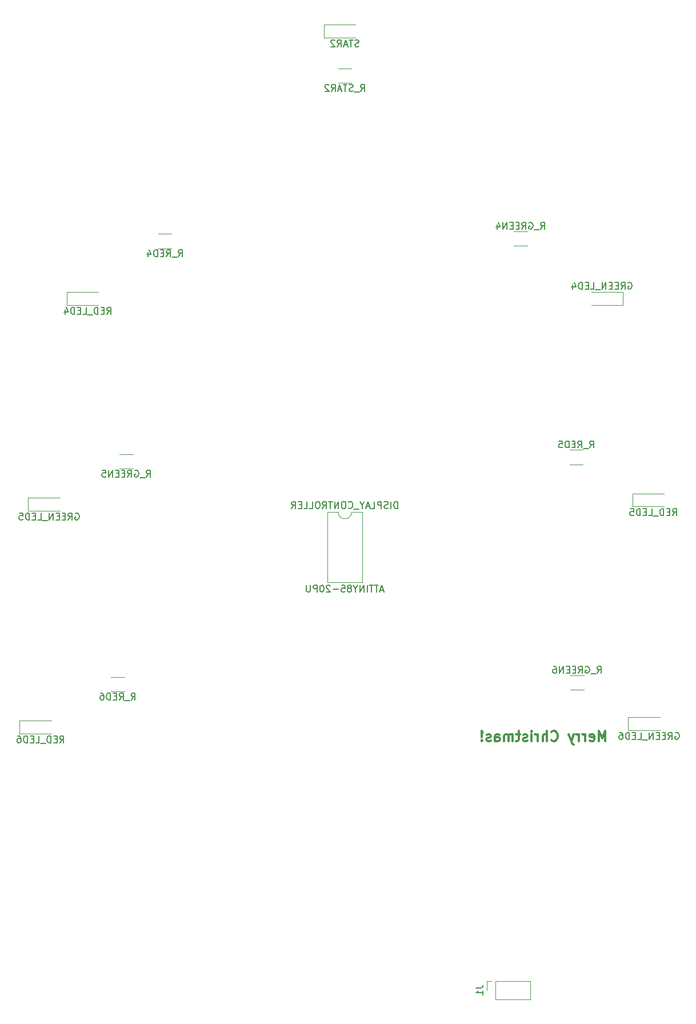
<source format=gbr>
G04 #@! TF.FileFunction,Legend,Bot*
%FSLAX46Y46*%
G04 Gerber Fmt 4.6, Leading zero omitted, Abs format (unit mm)*
G04 Created by KiCad (PCBNEW 4.0.6) date Sunday, September 24, 2017 'PMt' 03:47:12 PM*
%MOMM*%
%LPD*%
G01*
G04 APERTURE LIST*
%ADD10C,0.100000*%
%ADD11C,0.300000*%
%ADD12C,0.120000*%
%ADD13C,0.150000*%
G04 APERTURE END LIST*
D10*
D11*
X133856857Y-130345571D02*
X133856857Y-128845571D01*
X133356857Y-129917000D01*
X132856857Y-128845571D01*
X132856857Y-130345571D01*
X131571143Y-130274143D02*
X131714000Y-130345571D01*
X131999714Y-130345571D01*
X132142571Y-130274143D01*
X132214000Y-130131286D01*
X132214000Y-129559857D01*
X132142571Y-129417000D01*
X131999714Y-129345571D01*
X131714000Y-129345571D01*
X131571143Y-129417000D01*
X131499714Y-129559857D01*
X131499714Y-129702714D01*
X132214000Y-129845571D01*
X130856857Y-130345571D02*
X130856857Y-129345571D01*
X130856857Y-129631286D02*
X130785429Y-129488429D01*
X130714000Y-129417000D01*
X130571143Y-129345571D01*
X130428286Y-129345571D01*
X129928286Y-130345571D02*
X129928286Y-129345571D01*
X129928286Y-129631286D02*
X129856858Y-129488429D01*
X129785429Y-129417000D01*
X129642572Y-129345571D01*
X129499715Y-129345571D01*
X129142572Y-129345571D02*
X128785429Y-130345571D01*
X128428287Y-129345571D02*
X128785429Y-130345571D01*
X128928287Y-130702714D01*
X128999715Y-130774143D01*
X129142572Y-130845571D01*
X125856858Y-130202714D02*
X125928287Y-130274143D01*
X126142573Y-130345571D01*
X126285430Y-130345571D01*
X126499715Y-130274143D01*
X126642573Y-130131286D01*
X126714001Y-129988429D01*
X126785430Y-129702714D01*
X126785430Y-129488429D01*
X126714001Y-129202714D01*
X126642573Y-129059857D01*
X126499715Y-128917000D01*
X126285430Y-128845571D01*
X126142573Y-128845571D01*
X125928287Y-128917000D01*
X125856858Y-128988429D01*
X125214001Y-130345571D02*
X125214001Y-128845571D01*
X124571144Y-130345571D02*
X124571144Y-129559857D01*
X124642573Y-129417000D01*
X124785430Y-129345571D01*
X124999715Y-129345571D01*
X125142573Y-129417000D01*
X125214001Y-129488429D01*
X123856858Y-130345571D02*
X123856858Y-129345571D01*
X123856858Y-129631286D02*
X123785430Y-129488429D01*
X123714001Y-129417000D01*
X123571144Y-129345571D01*
X123428287Y-129345571D01*
X122928287Y-130345571D02*
X122928287Y-129345571D01*
X122928287Y-128845571D02*
X122999716Y-128917000D01*
X122928287Y-128988429D01*
X122856859Y-128917000D01*
X122928287Y-128845571D01*
X122928287Y-128988429D01*
X122285430Y-130274143D02*
X122142573Y-130345571D01*
X121856858Y-130345571D01*
X121714001Y-130274143D01*
X121642573Y-130131286D01*
X121642573Y-130059857D01*
X121714001Y-129917000D01*
X121856858Y-129845571D01*
X122071144Y-129845571D01*
X122214001Y-129774143D01*
X122285430Y-129631286D01*
X122285430Y-129559857D01*
X122214001Y-129417000D01*
X122071144Y-129345571D01*
X121856858Y-129345571D01*
X121714001Y-129417000D01*
X121214001Y-129345571D02*
X120642572Y-129345571D01*
X120999715Y-128845571D02*
X120999715Y-130131286D01*
X120928287Y-130274143D01*
X120785429Y-130345571D01*
X120642572Y-130345571D01*
X120142572Y-130345571D02*
X120142572Y-129345571D01*
X120142572Y-129488429D02*
X120071144Y-129417000D01*
X119928286Y-129345571D01*
X119714001Y-129345571D01*
X119571144Y-129417000D01*
X119499715Y-129559857D01*
X119499715Y-130345571D01*
X119499715Y-129559857D02*
X119428286Y-129417000D01*
X119285429Y-129345571D01*
X119071144Y-129345571D01*
X118928286Y-129417000D01*
X118856858Y-129559857D01*
X118856858Y-130345571D01*
X117499715Y-130345571D02*
X117499715Y-129559857D01*
X117571144Y-129417000D01*
X117714001Y-129345571D01*
X117999715Y-129345571D01*
X118142572Y-129417000D01*
X117499715Y-130274143D02*
X117642572Y-130345571D01*
X117999715Y-130345571D01*
X118142572Y-130274143D01*
X118214001Y-130131286D01*
X118214001Y-129988429D01*
X118142572Y-129845571D01*
X117999715Y-129774143D01*
X117642572Y-129774143D01*
X117499715Y-129702714D01*
X116856858Y-130274143D02*
X116714001Y-130345571D01*
X116428286Y-130345571D01*
X116285429Y-130274143D01*
X116214001Y-130131286D01*
X116214001Y-130059857D01*
X116285429Y-129917000D01*
X116428286Y-129845571D01*
X116642572Y-129845571D01*
X116785429Y-129774143D01*
X116856858Y-129631286D01*
X116856858Y-129559857D01*
X116785429Y-129417000D01*
X116642572Y-129345571D01*
X116428286Y-129345571D01*
X116285429Y-129417000D01*
X115571143Y-130202714D02*
X115499715Y-130274143D01*
X115571143Y-130345571D01*
X115642572Y-130274143D01*
X115571143Y-130202714D01*
X115571143Y-130345571D01*
X115571143Y-129774143D02*
X115642572Y-128917000D01*
X115571143Y-128845571D01*
X115499715Y-128917000D01*
X115571143Y-129774143D01*
X115571143Y-128845571D01*
D12*
X96250000Y-96400000D02*
X97820000Y-96400000D01*
X97820000Y-96400000D02*
X97820000Y-106800000D01*
X97820000Y-106800000D02*
X92680000Y-106800000D01*
X92680000Y-106800000D02*
X92680000Y-96400000D01*
X92680000Y-96400000D02*
X94250000Y-96400000D01*
X94250000Y-96400000D02*
G75*
G03X96250000Y-96400000I1000000J0D01*
G01*
X136450000Y-63820000D02*
X136450000Y-65720000D01*
X136450000Y-65720000D02*
X131750000Y-65720000D01*
X136450000Y-63820000D02*
X131750000Y-63820000D01*
X48335000Y-96200000D02*
X48335000Y-94300000D01*
X48335000Y-94300000D02*
X53035000Y-94300000D01*
X48335000Y-96200000D02*
X53035000Y-96200000D01*
X137235000Y-128712000D02*
X137235000Y-126812000D01*
X137235000Y-126812000D02*
X141935000Y-126812000D01*
X137235000Y-128712000D02*
X141935000Y-128712000D01*
X117602000Y-165929000D02*
X122742000Y-165929000D01*
X122742000Y-165929000D02*
X122742000Y-168589000D01*
X122742000Y-168589000D02*
X117602000Y-168589000D01*
X117602000Y-168589000D02*
X117602000Y-165929000D01*
X116967000Y-165929000D02*
X116272000Y-165929000D01*
X116272000Y-165929000D02*
X116272000Y-167259000D01*
X54050000Y-65720000D02*
X54050000Y-63820000D01*
X54050000Y-63820000D02*
X58750000Y-63820000D01*
X54050000Y-65720000D02*
X58750000Y-65720000D01*
X137870000Y-95565000D02*
X137870000Y-93665000D01*
X137870000Y-93665000D02*
X142570000Y-93665000D01*
X137870000Y-95565000D02*
X142570000Y-95565000D01*
X47065000Y-129220000D02*
X47065000Y-127320000D01*
X47065000Y-127320000D02*
X51765000Y-127320000D01*
X47065000Y-129220000D02*
X51765000Y-129220000D01*
X120285000Y-56950000D02*
X122285000Y-56950000D01*
X122285000Y-54810000D02*
X120285000Y-54810000D01*
X63865000Y-87830000D02*
X61865000Y-87830000D01*
X61865000Y-89970000D02*
X63865000Y-89970000D01*
X128667000Y-122736000D02*
X130667000Y-122736000D01*
X130667000Y-120596000D02*
X128667000Y-120596000D01*
X69580000Y-55191000D02*
X67580000Y-55191000D01*
X67580000Y-57331000D02*
X69580000Y-57331000D01*
X128540000Y-89335000D02*
X130540000Y-89335000D01*
X130540000Y-87195000D02*
X128540000Y-87195000D01*
X62595000Y-120850000D02*
X60595000Y-120850000D01*
X60595000Y-122990000D02*
X62595000Y-122990000D01*
X96250000Y-30680000D02*
X94250000Y-30680000D01*
X94250000Y-32820000D02*
X96250000Y-32820000D01*
X92150000Y-26096000D02*
X92150000Y-24196000D01*
X92150000Y-24196000D02*
X96850000Y-24196000D01*
X92150000Y-26096000D02*
X96850000Y-26096000D01*
D13*
X103083334Y-95852381D02*
X103083334Y-94852381D01*
X102845239Y-94852381D01*
X102702381Y-94900000D01*
X102607143Y-94995238D01*
X102559524Y-95090476D01*
X102511905Y-95280952D01*
X102511905Y-95423810D01*
X102559524Y-95614286D01*
X102607143Y-95709524D01*
X102702381Y-95804762D01*
X102845239Y-95852381D01*
X103083334Y-95852381D01*
X102083334Y-95852381D02*
X102083334Y-94852381D01*
X101654763Y-95804762D02*
X101511906Y-95852381D01*
X101273810Y-95852381D01*
X101178572Y-95804762D01*
X101130953Y-95757143D01*
X101083334Y-95661905D01*
X101083334Y-95566667D01*
X101130953Y-95471429D01*
X101178572Y-95423810D01*
X101273810Y-95376190D01*
X101464287Y-95328571D01*
X101559525Y-95280952D01*
X101607144Y-95233333D01*
X101654763Y-95138095D01*
X101654763Y-95042857D01*
X101607144Y-94947619D01*
X101559525Y-94900000D01*
X101464287Y-94852381D01*
X101226191Y-94852381D01*
X101083334Y-94900000D01*
X100654763Y-95852381D02*
X100654763Y-94852381D01*
X100273810Y-94852381D01*
X100178572Y-94900000D01*
X100130953Y-94947619D01*
X100083334Y-95042857D01*
X100083334Y-95185714D01*
X100130953Y-95280952D01*
X100178572Y-95328571D01*
X100273810Y-95376190D01*
X100654763Y-95376190D01*
X99178572Y-95852381D02*
X99654763Y-95852381D01*
X99654763Y-94852381D01*
X98892858Y-95566667D02*
X98416667Y-95566667D01*
X98988096Y-95852381D02*
X98654763Y-94852381D01*
X98321429Y-95852381D01*
X97797620Y-95376190D02*
X97797620Y-95852381D01*
X98130953Y-94852381D02*
X97797620Y-95376190D01*
X97464286Y-94852381D01*
X97369048Y-95947619D02*
X96607143Y-95947619D01*
X95797619Y-95757143D02*
X95845238Y-95804762D01*
X95988095Y-95852381D01*
X96083333Y-95852381D01*
X96226191Y-95804762D01*
X96321429Y-95709524D01*
X96369048Y-95614286D01*
X96416667Y-95423810D01*
X96416667Y-95280952D01*
X96369048Y-95090476D01*
X96321429Y-94995238D01*
X96226191Y-94900000D01*
X96083333Y-94852381D01*
X95988095Y-94852381D01*
X95845238Y-94900000D01*
X95797619Y-94947619D01*
X95178572Y-94852381D02*
X94988095Y-94852381D01*
X94892857Y-94900000D01*
X94797619Y-94995238D01*
X94750000Y-95185714D01*
X94750000Y-95519048D01*
X94797619Y-95709524D01*
X94892857Y-95804762D01*
X94988095Y-95852381D01*
X95178572Y-95852381D01*
X95273810Y-95804762D01*
X95369048Y-95709524D01*
X95416667Y-95519048D01*
X95416667Y-95185714D01*
X95369048Y-94995238D01*
X95273810Y-94900000D01*
X95178572Y-94852381D01*
X94321429Y-95852381D02*
X94321429Y-94852381D01*
X93750000Y-95852381D01*
X93750000Y-94852381D01*
X93416667Y-94852381D02*
X92845238Y-94852381D01*
X93130953Y-95852381D02*
X93130953Y-94852381D01*
X91940476Y-95852381D02*
X92273810Y-95376190D01*
X92511905Y-95852381D02*
X92511905Y-94852381D01*
X92130952Y-94852381D01*
X92035714Y-94900000D01*
X91988095Y-94947619D01*
X91940476Y-95042857D01*
X91940476Y-95185714D01*
X91988095Y-95280952D01*
X92035714Y-95328571D01*
X92130952Y-95376190D01*
X92511905Y-95376190D01*
X91321429Y-94852381D02*
X91130952Y-94852381D01*
X91035714Y-94900000D01*
X90940476Y-94995238D01*
X90892857Y-95185714D01*
X90892857Y-95519048D01*
X90940476Y-95709524D01*
X91035714Y-95804762D01*
X91130952Y-95852381D01*
X91321429Y-95852381D01*
X91416667Y-95804762D01*
X91511905Y-95709524D01*
X91559524Y-95519048D01*
X91559524Y-95185714D01*
X91511905Y-94995238D01*
X91416667Y-94900000D01*
X91321429Y-94852381D01*
X89988095Y-95852381D02*
X90464286Y-95852381D01*
X90464286Y-94852381D01*
X89178571Y-95852381D02*
X89654762Y-95852381D01*
X89654762Y-94852381D01*
X88845238Y-95328571D02*
X88511904Y-95328571D01*
X88369047Y-95852381D02*
X88845238Y-95852381D01*
X88845238Y-94852381D01*
X88369047Y-94852381D01*
X87369047Y-95852381D02*
X87702381Y-95376190D01*
X87940476Y-95852381D02*
X87940476Y-94852381D01*
X87559523Y-94852381D01*
X87464285Y-94900000D01*
X87416666Y-94947619D01*
X87369047Y-95042857D01*
X87369047Y-95185714D01*
X87416666Y-95280952D01*
X87464285Y-95328571D01*
X87559523Y-95376190D01*
X87940476Y-95376190D01*
X100988095Y-107966667D02*
X100511904Y-107966667D01*
X101083333Y-108252381D02*
X100750000Y-107252381D01*
X100416666Y-108252381D01*
X100226190Y-107252381D02*
X99654761Y-107252381D01*
X99940476Y-108252381D02*
X99940476Y-107252381D01*
X99464285Y-107252381D02*
X98892856Y-107252381D01*
X99178571Y-108252381D02*
X99178571Y-107252381D01*
X98559523Y-108252381D02*
X98559523Y-107252381D01*
X98083333Y-108252381D02*
X98083333Y-107252381D01*
X97511904Y-108252381D01*
X97511904Y-107252381D01*
X96845238Y-107776190D02*
X96845238Y-108252381D01*
X97178571Y-107252381D02*
X96845238Y-107776190D01*
X96511904Y-107252381D01*
X96035714Y-107680952D02*
X96130952Y-107633333D01*
X96178571Y-107585714D01*
X96226190Y-107490476D01*
X96226190Y-107442857D01*
X96178571Y-107347619D01*
X96130952Y-107300000D01*
X96035714Y-107252381D01*
X95845237Y-107252381D01*
X95749999Y-107300000D01*
X95702380Y-107347619D01*
X95654761Y-107442857D01*
X95654761Y-107490476D01*
X95702380Y-107585714D01*
X95749999Y-107633333D01*
X95845237Y-107680952D01*
X96035714Y-107680952D01*
X96130952Y-107728571D01*
X96178571Y-107776190D01*
X96226190Y-107871429D01*
X96226190Y-108061905D01*
X96178571Y-108157143D01*
X96130952Y-108204762D01*
X96035714Y-108252381D01*
X95845237Y-108252381D01*
X95749999Y-108204762D01*
X95702380Y-108157143D01*
X95654761Y-108061905D01*
X95654761Y-107871429D01*
X95702380Y-107776190D01*
X95749999Y-107728571D01*
X95845237Y-107680952D01*
X94749999Y-107252381D02*
X95226190Y-107252381D01*
X95273809Y-107728571D01*
X95226190Y-107680952D01*
X95130952Y-107633333D01*
X94892856Y-107633333D01*
X94797618Y-107680952D01*
X94749999Y-107728571D01*
X94702380Y-107823810D01*
X94702380Y-108061905D01*
X94749999Y-108157143D01*
X94797618Y-108204762D01*
X94892856Y-108252381D01*
X95130952Y-108252381D01*
X95226190Y-108204762D01*
X95273809Y-108157143D01*
X94273809Y-107871429D02*
X93511904Y-107871429D01*
X93083333Y-107347619D02*
X93035714Y-107300000D01*
X92940476Y-107252381D01*
X92702380Y-107252381D01*
X92607142Y-107300000D01*
X92559523Y-107347619D01*
X92511904Y-107442857D01*
X92511904Y-107538095D01*
X92559523Y-107680952D01*
X93130952Y-108252381D01*
X92511904Y-108252381D01*
X91892857Y-107252381D02*
X91797618Y-107252381D01*
X91702380Y-107300000D01*
X91654761Y-107347619D01*
X91607142Y-107442857D01*
X91559523Y-107633333D01*
X91559523Y-107871429D01*
X91607142Y-108061905D01*
X91654761Y-108157143D01*
X91702380Y-108204762D01*
X91797618Y-108252381D01*
X91892857Y-108252381D01*
X91988095Y-108204762D01*
X92035714Y-108157143D01*
X92083333Y-108061905D01*
X92130952Y-107871429D01*
X92130952Y-107633333D01*
X92083333Y-107442857D01*
X92035714Y-107347619D01*
X91988095Y-107300000D01*
X91892857Y-107252381D01*
X91130952Y-108252381D02*
X91130952Y-107252381D01*
X90749999Y-107252381D01*
X90654761Y-107300000D01*
X90607142Y-107347619D01*
X90559523Y-107442857D01*
X90559523Y-107585714D01*
X90607142Y-107680952D01*
X90654761Y-107728571D01*
X90749999Y-107776190D01*
X91130952Y-107776190D01*
X90130952Y-107252381D02*
X90130952Y-108061905D01*
X90083333Y-108157143D01*
X90035714Y-108204762D01*
X89940476Y-108252381D01*
X89749999Y-108252381D01*
X89654761Y-108204762D01*
X89607142Y-108157143D01*
X89559523Y-108061905D01*
X89559523Y-107252381D01*
X137230952Y-62420000D02*
X137326190Y-62372381D01*
X137469047Y-62372381D01*
X137611905Y-62420000D01*
X137707143Y-62515238D01*
X137754762Y-62610476D01*
X137802381Y-62800952D01*
X137802381Y-62943810D01*
X137754762Y-63134286D01*
X137707143Y-63229524D01*
X137611905Y-63324762D01*
X137469047Y-63372381D01*
X137373809Y-63372381D01*
X137230952Y-63324762D01*
X137183333Y-63277143D01*
X137183333Y-62943810D01*
X137373809Y-62943810D01*
X136183333Y-63372381D02*
X136516667Y-62896190D01*
X136754762Y-63372381D02*
X136754762Y-62372381D01*
X136373809Y-62372381D01*
X136278571Y-62420000D01*
X136230952Y-62467619D01*
X136183333Y-62562857D01*
X136183333Y-62705714D01*
X136230952Y-62800952D01*
X136278571Y-62848571D01*
X136373809Y-62896190D01*
X136754762Y-62896190D01*
X135754762Y-62848571D02*
X135421428Y-62848571D01*
X135278571Y-63372381D02*
X135754762Y-63372381D01*
X135754762Y-62372381D01*
X135278571Y-62372381D01*
X134850000Y-62848571D02*
X134516666Y-62848571D01*
X134373809Y-63372381D02*
X134850000Y-63372381D01*
X134850000Y-62372381D01*
X134373809Y-62372381D01*
X133945238Y-63372381D02*
X133945238Y-62372381D01*
X133373809Y-63372381D01*
X133373809Y-62372381D01*
X133135714Y-63467619D02*
X132373809Y-63467619D01*
X131659523Y-63372381D02*
X132135714Y-63372381D01*
X132135714Y-62372381D01*
X131326190Y-62848571D02*
X130992856Y-62848571D01*
X130849999Y-63372381D02*
X131326190Y-63372381D01*
X131326190Y-62372381D01*
X130849999Y-62372381D01*
X130421428Y-63372381D02*
X130421428Y-62372381D01*
X130183333Y-62372381D01*
X130040475Y-62420000D01*
X129945237Y-62515238D01*
X129897618Y-62610476D01*
X129849999Y-62800952D01*
X129849999Y-62943810D01*
X129897618Y-63134286D01*
X129945237Y-63229524D01*
X130040475Y-63324762D01*
X130183333Y-63372381D01*
X130421428Y-63372381D01*
X128992856Y-62705714D02*
X128992856Y-63372381D01*
X129230952Y-62324762D02*
X129469047Y-63039048D01*
X128849999Y-63039048D01*
X55315952Y-96600000D02*
X55411190Y-96552381D01*
X55554047Y-96552381D01*
X55696905Y-96600000D01*
X55792143Y-96695238D01*
X55839762Y-96790476D01*
X55887381Y-96980952D01*
X55887381Y-97123810D01*
X55839762Y-97314286D01*
X55792143Y-97409524D01*
X55696905Y-97504762D01*
X55554047Y-97552381D01*
X55458809Y-97552381D01*
X55315952Y-97504762D01*
X55268333Y-97457143D01*
X55268333Y-97123810D01*
X55458809Y-97123810D01*
X54268333Y-97552381D02*
X54601667Y-97076190D01*
X54839762Y-97552381D02*
X54839762Y-96552381D01*
X54458809Y-96552381D01*
X54363571Y-96600000D01*
X54315952Y-96647619D01*
X54268333Y-96742857D01*
X54268333Y-96885714D01*
X54315952Y-96980952D01*
X54363571Y-97028571D01*
X54458809Y-97076190D01*
X54839762Y-97076190D01*
X53839762Y-97028571D02*
X53506428Y-97028571D01*
X53363571Y-97552381D02*
X53839762Y-97552381D01*
X53839762Y-96552381D01*
X53363571Y-96552381D01*
X52935000Y-97028571D02*
X52601666Y-97028571D01*
X52458809Y-97552381D02*
X52935000Y-97552381D01*
X52935000Y-96552381D01*
X52458809Y-96552381D01*
X52030238Y-97552381D02*
X52030238Y-96552381D01*
X51458809Y-97552381D01*
X51458809Y-96552381D01*
X51220714Y-97647619D02*
X50458809Y-97647619D01*
X49744523Y-97552381D02*
X50220714Y-97552381D01*
X50220714Y-96552381D01*
X49411190Y-97028571D02*
X49077856Y-97028571D01*
X48934999Y-97552381D02*
X49411190Y-97552381D01*
X49411190Y-96552381D01*
X48934999Y-96552381D01*
X48506428Y-97552381D02*
X48506428Y-96552381D01*
X48268333Y-96552381D01*
X48125475Y-96600000D01*
X48030237Y-96695238D01*
X47982618Y-96790476D01*
X47934999Y-96980952D01*
X47934999Y-97123810D01*
X47982618Y-97314286D01*
X48030237Y-97409524D01*
X48125475Y-97504762D01*
X48268333Y-97552381D01*
X48506428Y-97552381D01*
X47030237Y-96552381D02*
X47506428Y-96552381D01*
X47554047Y-97028571D01*
X47506428Y-96980952D01*
X47411190Y-96933333D01*
X47173094Y-96933333D01*
X47077856Y-96980952D01*
X47030237Y-97028571D01*
X46982618Y-97123810D01*
X46982618Y-97361905D01*
X47030237Y-97457143D01*
X47077856Y-97504762D01*
X47173094Y-97552381D01*
X47411190Y-97552381D01*
X47506428Y-97504762D01*
X47554047Y-97457143D01*
X144215952Y-129112000D02*
X144311190Y-129064381D01*
X144454047Y-129064381D01*
X144596905Y-129112000D01*
X144692143Y-129207238D01*
X144739762Y-129302476D01*
X144787381Y-129492952D01*
X144787381Y-129635810D01*
X144739762Y-129826286D01*
X144692143Y-129921524D01*
X144596905Y-130016762D01*
X144454047Y-130064381D01*
X144358809Y-130064381D01*
X144215952Y-130016762D01*
X144168333Y-129969143D01*
X144168333Y-129635810D01*
X144358809Y-129635810D01*
X143168333Y-130064381D02*
X143501667Y-129588190D01*
X143739762Y-130064381D02*
X143739762Y-129064381D01*
X143358809Y-129064381D01*
X143263571Y-129112000D01*
X143215952Y-129159619D01*
X143168333Y-129254857D01*
X143168333Y-129397714D01*
X143215952Y-129492952D01*
X143263571Y-129540571D01*
X143358809Y-129588190D01*
X143739762Y-129588190D01*
X142739762Y-129540571D02*
X142406428Y-129540571D01*
X142263571Y-130064381D02*
X142739762Y-130064381D01*
X142739762Y-129064381D01*
X142263571Y-129064381D01*
X141835000Y-129540571D02*
X141501666Y-129540571D01*
X141358809Y-130064381D02*
X141835000Y-130064381D01*
X141835000Y-129064381D01*
X141358809Y-129064381D01*
X140930238Y-130064381D02*
X140930238Y-129064381D01*
X140358809Y-130064381D01*
X140358809Y-129064381D01*
X140120714Y-130159619D02*
X139358809Y-130159619D01*
X138644523Y-130064381D02*
X139120714Y-130064381D01*
X139120714Y-129064381D01*
X138311190Y-129540571D02*
X137977856Y-129540571D01*
X137834999Y-130064381D02*
X138311190Y-130064381D01*
X138311190Y-129064381D01*
X137834999Y-129064381D01*
X137406428Y-130064381D02*
X137406428Y-129064381D01*
X137168333Y-129064381D01*
X137025475Y-129112000D01*
X136930237Y-129207238D01*
X136882618Y-129302476D01*
X136834999Y-129492952D01*
X136834999Y-129635810D01*
X136882618Y-129826286D01*
X136930237Y-129921524D01*
X137025475Y-130016762D01*
X137168333Y-130064381D01*
X137406428Y-130064381D01*
X135977856Y-129064381D02*
X136168333Y-129064381D01*
X136263571Y-129112000D01*
X136311190Y-129159619D01*
X136406428Y-129302476D01*
X136454047Y-129492952D01*
X136454047Y-129873905D01*
X136406428Y-129969143D01*
X136358809Y-130016762D01*
X136263571Y-130064381D01*
X136073094Y-130064381D01*
X135977856Y-130016762D01*
X135930237Y-129969143D01*
X135882618Y-129873905D01*
X135882618Y-129635810D01*
X135930237Y-129540571D01*
X135977856Y-129492952D01*
X136073094Y-129445333D01*
X136263571Y-129445333D01*
X136358809Y-129492952D01*
X136406428Y-129540571D01*
X136454047Y-129635810D01*
X114724381Y-166925667D02*
X115438667Y-166925667D01*
X115581524Y-166878047D01*
X115676762Y-166782809D01*
X115724381Y-166639952D01*
X115724381Y-166544714D01*
X115724381Y-167925667D02*
X115724381Y-167354238D01*
X115724381Y-167639952D02*
X114724381Y-167639952D01*
X114867238Y-167544714D01*
X114962476Y-167449476D01*
X115010095Y-167354238D01*
X60007143Y-67072381D02*
X60340477Y-66596190D01*
X60578572Y-67072381D02*
X60578572Y-66072381D01*
X60197619Y-66072381D01*
X60102381Y-66120000D01*
X60054762Y-66167619D01*
X60007143Y-66262857D01*
X60007143Y-66405714D01*
X60054762Y-66500952D01*
X60102381Y-66548571D01*
X60197619Y-66596190D01*
X60578572Y-66596190D01*
X59578572Y-66548571D02*
X59245238Y-66548571D01*
X59102381Y-67072381D02*
X59578572Y-67072381D01*
X59578572Y-66072381D01*
X59102381Y-66072381D01*
X58673810Y-67072381D02*
X58673810Y-66072381D01*
X58435715Y-66072381D01*
X58292857Y-66120000D01*
X58197619Y-66215238D01*
X58150000Y-66310476D01*
X58102381Y-66500952D01*
X58102381Y-66643810D01*
X58150000Y-66834286D01*
X58197619Y-66929524D01*
X58292857Y-67024762D01*
X58435715Y-67072381D01*
X58673810Y-67072381D01*
X57911905Y-67167619D02*
X57150000Y-67167619D01*
X56435714Y-67072381D02*
X56911905Y-67072381D01*
X56911905Y-66072381D01*
X56102381Y-66548571D02*
X55769047Y-66548571D01*
X55626190Y-67072381D02*
X56102381Y-67072381D01*
X56102381Y-66072381D01*
X55626190Y-66072381D01*
X55197619Y-67072381D02*
X55197619Y-66072381D01*
X54959524Y-66072381D01*
X54816666Y-66120000D01*
X54721428Y-66215238D01*
X54673809Y-66310476D01*
X54626190Y-66500952D01*
X54626190Y-66643810D01*
X54673809Y-66834286D01*
X54721428Y-66929524D01*
X54816666Y-67024762D01*
X54959524Y-67072381D01*
X55197619Y-67072381D01*
X53769047Y-66405714D02*
X53769047Y-67072381D01*
X54007143Y-66024762D02*
X54245238Y-66739048D01*
X53626190Y-66739048D01*
X143827143Y-96917381D02*
X144160477Y-96441190D01*
X144398572Y-96917381D02*
X144398572Y-95917381D01*
X144017619Y-95917381D01*
X143922381Y-95965000D01*
X143874762Y-96012619D01*
X143827143Y-96107857D01*
X143827143Y-96250714D01*
X143874762Y-96345952D01*
X143922381Y-96393571D01*
X144017619Y-96441190D01*
X144398572Y-96441190D01*
X143398572Y-96393571D02*
X143065238Y-96393571D01*
X142922381Y-96917381D02*
X143398572Y-96917381D01*
X143398572Y-95917381D01*
X142922381Y-95917381D01*
X142493810Y-96917381D02*
X142493810Y-95917381D01*
X142255715Y-95917381D01*
X142112857Y-95965000D01*
X142017619Y-96060238D01*
X141970000Y-96155476D01*
X141922381Y-96345952D01*
X141922381Y-96488810D01*
X141970000Y-96679286D01*
X142017619Y-96774524D01*
X142112857Y-96869762D01*
X142255715Y-96917381D01*
X142493810Y-96917381D01*
X141731905Y-97012619D02*
X140970000Y-97012619D01*
X140255714Y-96917381D02*
X140731905Y-96917381D01*
X140731905Y-95917381D01*
X139922381Y-96393571D02*
X139589047Y-96393571D01*
X139446190Y-96917381D02*
X139922381Y-96917381D01*
X139922381Y-95917381D01*
X139446190Y-95917381D01*
X139017619Y-96917381D02*
X139017619Y-95917381D01*
X138779524Y-95917381D01*
X138636666Y-95965000D01*
X138541428Y-96060238D01*
X138493809Y-96155476D01*
X138446190Y-96345952D01*
X138446190Y-96488810D01*
X138493809Y-96679286D01*
X138541428Y-96774524D01*
X138636666Y-96869762D01*
X138779524Y-96917381D01*
X139017619Y-96917381D01*
X137541428Y-95917381D02*
X138017619Y-95917381D01*
X138065238Y-96393571D01*
X138017619Y-96345952D01*
X137922381Y-96298333D01*
X137684285Y-96298333D01*
X137589047Y-96345952D01*
X137541428Y-96393571D01*
X137493809Y-96488810D01*
X137493809Y-96726905D01*
X137541428Y-96822143D01*
X137589047Y-96869762D01*
X137684285Y-96917381D01*
X137922381Y-96917381D01*
X138017619Y-96869762D01*
X138065238Y-96822143D01*
X53022143Y-130572381D02*
X53355477Y-130096190D01*
X53593572Y-130572381D02*
X53593572Y-129572381D01*
X53212619Y-129572381D01*
X53117381Y-129620000D01*
X53069762Y-129667619D01*
X53022143Y-129762857D01*
X53022143Y-129905714D01*
X53069762Y-130000952D01*
X53117381Y-130048571D01*
X53212619Y-130096190D01*
X53593572Y-130096190D01*
X52593572Y-130048571D02*
X52260238Y-130048571D01*
X52117381Y-130572381D02*
X52593572Y-130572381D01*
X52593572Y-129572381D01*
X52117381Y-129572381D01*
X51688810Y-130572381D02*
X51688810Y-129572381D01*
X51450715Y-129572381D01*
X51307857Y-129620000D01*
X51212619Y-129715238D01*
X51165000Y-129810476D01*
X51117381Y-130000952D01*
X51117381Y-130143810D01*
X51165000Y-130334286D01*
X51212619Y-130429524D01*
X51307857Y-130524762D01*
X51450715Y-130572381D01*
X51688810Y-130572381D01*
X50926905Y-130667619D02*
X50165000Y-130667619D01*
X49450714Y-130572381D02*
X49926905Y-130572381D01*
X49926905Y-129572381D01*
X49117381Y-130048571D02*
X48784047Y-130048571D01*
X48641190Y-130572381D02*
X49117381Y-130572381D01*
X49117381Y-129572381D01*
X48641190Y-129572381D01*
X48212619Y-130572381D02*
X48212619Y-129572381D01*
X47974524Y-129572381D01*
X47831666Y-129620000D01*
X47736428Y-129715238D01*
X47688809Y-129810476D01*
X47641190Y-130000952D01*
X47641190Y-130143810D01*
X47688809Y-130334286D01*
X47736428Y-130429524D01*
X47831666Y-130524762D01*
X47974524Y-130572381D01*
X48212619Y-130572381D01*
X46784047Y-129572381D02*
X46974524Y-129572381D01*
X47069762Y-129620000D01*
X47117381Y-129667619D01*
X47212619Y-129810476D01*
X47260238Y-130000952D01*
X47260238Y-130381905D01*
X47212619Y-130477143D01*
X47165000Y-130524762D01*
X47069762Y-130572381D01*
X46879285Y-130572381D01*
X46784047Y-130524762D01*
X46736428Y-130477143D01*
X46688809Y-130381905D01*
X46688809Y-130143810D01*
X46736428Y-130048571D01*
X46784047Y-130000952D01*
X46879285Y-129953333D01*
X47069762Y-129953333D01*
X47165000Y-130000952D01*
X47212619Y-130048571D01*
X47260238Y-130143810D01*
X124261190Y-54482381D02*
X124594524Y-54006190D01*
X124832619Y-54482381D02*
X124832619Y-53482381D01*
X124451666Y-53482381D01*
X124356428Y-53530000D01*
X124308809Y-53577619D01*
X124261190Y-53672857D01*
X124261190Y-53815714D01*
X124308809Y-53910952D01*
X124356428Y-53958571D01*
X124451666Y-54006190D01*
X124832619Y-54006190D01*
X124070714Y-54577619D02*
X123308809Y-54577619D01*
X122546904Y-53530000D02*
X122642142Y-53482381D01*
X122784999Y-53482381D01*
X122927857Y-53530000D01*
X123023095Y-53625238D01*
X123070714Y-53720476D01*
X123118333Y-53910952D01*
X123118333Y-54053810D01*
X123070714Y-54244286D01*
X123023095Y-54339524D01*
X122927857Y-54434762D01*
X122784999Y-54482381D01*
X122689761Y-54482381D01*
X122546904Y-54434762D01*
X122499285Y-54387143D01*
X122499285Y-54053810D01*
X122689761Y-54053810D01*
X121499285Y-54482381D02*
X121832619Y-54006190D01*
X122070714Y-54482381D02*
X122070714Y-53482381D01*
X121689761Y-53482381D01*
X121594523Y-53530000D01*
X121546904Y-53577619D01*
X121499285Y-53672857D01*
X121499285Y-53815714D01*
X121546904Y-53910952D01*
X121594523Y-53958571D01*
X121689761Y-54006190D01*
X122070714Y-54006190D01*
X121070714Y-53958571D02*
X120737380Y-53958571D01*
X120594523Y-54482381D02*
X121070714Y-54482381D01*
X121070714Y-53482381D01*
X120594523Y-53482381D01*
X120165952Y-53958571D02*
X119832618Y-53958571D01*
X119689761Y-54482381D02*
X120165952Y-54482381D01*
X120165952Y-53482381D01*
X119689761Y-53482381D01*
X119261190Y-54482381D02*
X119261190Y-53482381D01*
X118689761Y-54482381D01*
X118689761Y-53482381D01*
X117784999Y-53815714D02*
X117784999Y-54482381D01*
X118023095Y-53434762D02*
X118261190Y-54149048D01*
X117642142Y-54149048D01*
X65841190Y-91202381D02*
X66174524Y-90726190D01*
X66412619Y-91202381D02*
X66412619Y-90202381D01*
X66031666Y-90202381D01*
X65936428Y-90250000D01*
X65888809Y-90297619D01*
X65841190Y-90392857D01*
X65841190Y-90535714D01*
X65888809Y-90630952D01*
X65936428Y-90678571D01*
X66031666Y-90726190D01*
X66412619Y-90726190D01*
X65650714Y-91297619D02*
X64888809Y-91297619D01*
X64126904Y-90250000D02*
X64222142Y-90202381D01*
X64364999Y-90202381D01*
X64507857Y-90250000D01*
X64603095Y-90345238D01*
X64650714Y-90440476D01*
X64698333Y-90630952D01*
X64698333Y-90773810D01*
X64650714Y-90964286D01*
X64603095Y-91059524D01*
X64507857Y-91154762D01*
X64364999Y-91202381D01*
X64269761Y-91202381D01*
X64126904Y-91154762D01*
X64079285Y-91107143D01*
X64079285Y-90773810D01*
X64269761Y-90773810D01*
X63079285Y-91202381D02*
X63412619Y-90726190D01*
X63650714Y-91202381D02*
X63650714Y-90202381D01*
X63269761Y-90202381D01*
X63174523Y-90250000D01*
X63126904Y-90297619D01*
X63079285Y-90392857D01*
X63079285Y-90535714D01*
X63126904Y-90630952D01*
X63174523Y-90678571D01*
X63269761Y-90726190D01*
X63650714Y-90726190D01*
X62650714Y-90678571D02*
X62317380Y-90678571D01*
X62174523Y-91202381D02*
X62650714Y-91202381D01*
X62650714Y-90202381D01*
X62174523Y-90202381D01*
X61745952Y-90678571D02*
X61412618Y-90678571D01*
X61269761Y-91202381D02*
X61745952Y-91202381D01*
X61745952Y-90202381D01*
X61269761Y-90202381D01*
X60841190Y-91202381D02*
X60841190Y-90202381D01*
X60269761Y-91202381D01*
X60269761Y-90202381D01*
X59317380Y-90202381D02*
X59793571Y-90202381D01*
X59841190Y-90678571D01*
X59793571Y-90630952D01*
X59698333Y-90583333D01*
X59460237Y-90583333D01*
X59364999Y-90630952D01*
X59317380Y-90678571D01*
X59269761Y-90773810D01*
X59269761Y-91011905D01*
X59317380Y-91107143D01*
X59364999Y-91154762D01*
X59460237Y-91202381D01*
X59698333Y-91202381D01*
X59793571Y-91154762D01*
X59841190Y-91107143D01*
X132643190Y-120268381D02*
X132976524Y-119792190D01*
X133214619Y-120268381D02*
X133214619Y-119268381D01*
X132833666Y-119268381D01*
X132738428Y-119316000D01*
X132690809Y-119363619D01*
X132643190Y-119458857D01*
X132643190Y-119601714D01*
X132690809Y-119696952D01*
X132738428Y-119744571D01*
X132833666Y-119792190D01*
X133214619Y-119792190D01*
X132452714Y-120363619D02*
X131690809Y-120363619D01*
X130928904Y-119316000D02*
X131024142Y-119268381D01*
X131166999Y-119268381D01*
X131309857Y-119316000D01*
X131405095Y-119411238D01*
X131452714Y-119506476D01*
X131500333Y-119696952D01*
X131500333Y-119839810D01*
X131452714Y-120030286D01*
X131405095Y-120125524D01*
X131309857Y-120220762D01*
X131166999Y-120268381D01*
X131071761Y-120268381D01*
X130928904Y-120220762D01*
X130881285Y-120173143D01*
X130881285Y-119839810D01*
X131071761Y-119839810D01*
X129881285Y-120268381D02*
X130214619Y-119792190D01*
X130452714Y-120268381D02*
X130452714Y-119268381D01*
X130071761Y-119268381D01*
X129976523Y-119316000D01*
X129928904Y-119363619D01*
X129881285Y-119458857D01*
X129881285Y-119601714D01*
X129928904Y-119696952D01*
X129976523Y-119744571D01*
X130071761Y-119792190D01*
X130452714Y-119792190D01*
X129452714Y-119744571D02*
X129119380Y-119744571D01*
X128976523Y-120268381D02*
X129452714Y-120268381D01*
X129452714Y-119268381D01*
X128976523Y-119268381D01*
X128547952Y-119744571D02*
X128214618Y-119744571D01*
X128071761Y-120268381D02*
X128547952Y-120268381D01*
X128547952Y-119268381D01*
X128071761Y-119268381D01*
X127643190Y-120268381D02*
X127643190Y-119268381D01*
X127071761Y-120268381D01*
X127071761Y-119268381D01*
X126166999Y-119268381D02*
X126357476Y-119268381D01*
X126452714Y-119316000D01*
X126500333Y-119363619D01*
X126595571Y-119506476D01*
X126643190Y-119696952D01*
X126643190Y-120077905D01*
X126595571Y-120173143D01*
X126547952Y-120220762D01*
X126452714Y-120268381D01*
X126262237Y-120268381D01*
X126166999Y-120220762D01*
X126119380Y-120173143D01*
X126071761Y-120077905D01*
X126071761Y-119839810D01*
X126119380Y-119744571D01*
X126166999Y-119696952D01*
X126262237Y-119649333D01*
X126452714Y-119649333D01*
X126547952Y-119696952D01*
X126595571Y-119744571D01*
X126643190Y-119839810D01*
X70580000Y-58563381D02*
X70913334Y-58087190D01*
X71151429Y-58563381D02*
X71151429Y-57563381D01*
X70770476Y-57563381D01*
X70675238Y-57611000D01*
X70627619Y-57658619D01*
X70580000Y-57753857D01*
X70580000Y-57896714D01*
X70627619Y-57991952D01*
X70675238Y-58039571D01*
X70770476Y-58087190D01*
X71151429Y-58087190D01*
X70389524Y-58658619D02*
X69627619Y-58658619D01*
X68818095Y-58563381D02*
X69151429Y-58087190D01*
X69389524Y-58563381D02*
X69389524Y-57563381D01*
X69008571Y-57563381D01*
X68913333Y-57611000D01*
X68865714Y-57658619D01*
X68818095Y-57753857D01*
X68818095Y-57896714D01*
X68865714Y-57991952D01*
X68913333Y-58039571D01*
X69008571Y-58087190D01*
X69389524Y-58087190D01*
X68389524Y-58039571D02*
X68056190Y-58039571D01*
X67913333Y-58563381D02*
X68389524Y-58563381D01*
X68389524Y-57563381D01*
X67913333Y-57563381D01*
X67484762Y-58563381D02*
X67484762Y-57563381D01*
X67246667Y-57563381D01*
X67103809Y-57611000D01*
X67008571Y-57706238D01*
X66960952Y-57801476D01*
X66913333Y-57991952D01*
X66913333Y-58134810D01*
X66960952Y-58325286D01*
X67008571Y-58420524D01*
X67103809Y-58515762D01*
X67246667Y-58563381D01*
X67484762Y-58563381D01*
X66056190Y-57896714D02*
X66056190Y-58563381D01*
X66294286Y-57515762D02*
X66532381Y-58230048D01*
X65913333Y-58230048D01*
X131540000Y-86867381D02*
X131873334Y-86391190D01*
X132111429Y-86867381D02*
X132111429Y-85867381D01*
X131730476Y-85867381D01*
X131635238Y-85915000D01*
X131587619Y-85962619D01*
X131540000Y-86057857D01*
X131540000Y-86200714D01*
X131587619Y-86295952D01*
X131635238Y-86343571D01*
X131730476Y-86391190D01*
X132111429Y-86391190D01*
X131349524Y-86962619D02*
X130587619Y-86962619D01*
X129778095Y-86867381D02*
X130111429Y-86391190D01*
X130349524Y-86867381D02*
X130349524Y-85867381D01*
X129968571Y-85867381D01*
X129873333Y-85915000D01*
X129825714Y-85962619D01*
X129778095Y-86057857D01*
X129778095Y-86200714D01*
X129825714Y-86295952D01*
X129873333Y-86343571D01*
X129968571Y-86391190D01*
X130349524Y-86391190D01*
X129349524Y-86343571D02*
X129016190Y-86343571D01*
X128873333Y-86867381D02*
X129349524Y-86867381D01*
X129349524Y-85867381D01*
X128873333Y-85867381D01*
X128444762Y-86867381D02*
X128444762Y-85867381D01*
X128206667Y-85867381D01*
X128063809Y-85915000D01*
X127968571Y-86010238D01*
X127920952Y-86105476D01*
X127873333Y-86295952D01*
X127873333Y-86438810D01*
X127920952Y-86629286D01*
X127968571Y-86724524D01*
X128063809Y-86819762D01*
X128206667Y-86867381D01*
X128444762Y-86867381D01*
X126968571Y-85867381D02*
X127444762Y-85867381D01*
X127492381Y-86343571D01*
X127444762Y-86295952D01*
X127349524Y-86248333D01*
X127111428Y-86248333D01*
X127016190Y-86295952D01*
X126968571Y-86343571D01*
X126920952Y-86438810D01*
X126920952Y-86676905D01*
X126968571Y-86772143D01*
X127016190Y-86819762D01*
X127111428Y-86867381D01*
X127349524Y-86867381D01*
X127444762Y-86819762D01*
X127492381Y-86772143D01*
X63595000Y-124222381D02*
X63928334Y-123746190D01*
X64166429Y-124222381D02*
X64166429Y-123222381D01*
X63785476Y-123222381D01*
X63690238Y-123270000D01*
X63642619Y-123317619D01*
X63595000Y-123412857D01*
X63595000Y-123555714D01*
X63642619Y-123650952D01*
X63690238Y-123698571D01*
X63785476Y-123746190D01*
X64166429Y-123746190D01*
X63404524Y-124317619D02*
X62642619Y-124317619D01*
X61833095Y-124222381D02*
X62166429Y-123746190D01*
X62404524Y-124222381D02*
X62404524Y-123222381D01*
X62023571Y-123222381D01*
X61928333Y-123270000D01*
X61880714Y-123317619D01*
X61833095Y-123412857D01*
X61833095Y-123555714D01*
X61880714Y-123650952D01*
X61928333Y-123698571D01*
X62023571Y-123746190D01*
X62404524Y-123746190D01*
X61404524Y-123698571D02*
X61071190Y-123698571D01*
X60928333Y-124222381D02*
X61404524Y-124222381D01*
X61404524Y-123222381D01*
X60928333Y-123222381D01*
X60499762Y-124222381D02*
X60499762Y-123222381D01*
X60261667Y-123222381D01*
X60118809Y-123270000D01*
X60023571Y-123365238D01*
X59975952Y-123460476D01*
X59928333Y-123650952D01*
X59928333Y-123793810D01*
X59975952Y-123984286D01*
X60023571Y-124079524D01*
X60118809Y-124174762D01*
X60261667Y-124222381D01*
X60499762Y-124222381D01*
X59071190Y-123222381D02*
X59261667Y-123222381D01*
X59356905Y-123270000D01*
X59404524Y-123317619D01*
X59499762Y-123460476D01*
X59547381Y-123650952D01*
X59547381Y-124031905D01*
X59499762Y-124127143D01*
X59452143Y-124174762D01*
X59356905Y-124222381D01*
X59166428Y-124222381D01*
X59071190Y-124174762D01*
X59023571Y-124127143D01*
X58975952Y-124031905D01*
X58975952Y-123793810D01*
X59023571Y-123698571D01*
X59071190Y-123650952D01*
X59166428Y-123603333D01*
X59356905Y-123603333D01*
X59452143Y-123650952D01*
X59499762Y-123698571D01*
X59547381Y-123793810D01*
X97583333Y-34052381D02*
X97916667Y-33576190D01*
X98154762Y-34052381D02*
X98154762Y-33052381D01*
X97773809Y-33052381D01*
X97678571Y-33100000D01*
X97630952Y-33147619D01*
X97583333Y-33242857D01*
X97583333Y-33385714D01*
X97630952Y-33480952D01*
X97678571Y-33528571D01*
X97773809Y-33576190D01*
X98154762Y-33576190D01*
X97392857Y-34147619D02*
X96630952Y-34147619D01*
X96440476Y-34004762D02*
X96297619Y-34052381D01*
X96059523Y-34052381D01*
X95964285Y-34004762D01*
X95916666Y-33957143D01*
X95869047Y-33861905D01*
X95869047Y-33766667D01*
X95916666Y-33671429D01*
X95964285Y-33623810D01*
X96059523Y-33576190D01*
X96250000Y-33528571D01*
X96345238Y-33480952D01*
X96392857Y-33433333D01*
X96440476Y-33338095D01*
X96440476Y-33242857D01*
X96392857Y-33147619D01*
X96345238Y-33100000D01*
X96250000Y-33052381D01*
X96011904Y-33052381D01*
X95869047Y-33100000D01*
X95583333Y-33052381D02*
X95011904Y-33052381D01*
X95297619Y-34052381D02*
X95297619Y-33052381D01*
X94726190Y-33766667D02*
X94249999Y-33766667D01*
X94821428Y-34052381D02*
X94488095Y-33052381D01*
X94154761Y-34052381D01*
X93249999Y-34052381D02*
X93583333Y-33576190D01*
X93821428Y-34052381D02*
X93821428Y-33052381D01*
X93440475Y-33052381D01*
X93345237Y-33100000D01*
X93297618Y-33147619D01*
X93249999Y-33242857D01*
X93249999Y-33385714D01*
X93297618Y-33480952D01*
X93345237Y-33528571D01*
X93440475Y-33576190D01*
X93821428Y-33576190D01*
X92869047Y-33147619D02*
X92821428Y-33100000D01*
X92726190Y-33052381D01*
X92488094Y-33052381D01*
X92392856Y-33100000D01*
X92345237Y-33147619D01*
X92297618Y-33242857D01*
X92297618Y-33338095D01*
X92345237Y-33480952D01*
X92916666Y-34052381D01*
X92297618Y-34052381D01*
X97321429Y-27400762D02*
X97178572Y-27448381D01*
X96940476Y-27448381D01*
X96845238Y-27400762D01*
X96797619Y-27353143D01*
X96750000Y-27257905D01*
X96750000Y-27162667D01*
X96797619Y-27067429D01*
X96845238Y-27019810D01*
X96940476Y-26972190D01*
X97130953Y-26924571D01*
X97226191Y-26876952D01*
X97273810Y-26829333D01*
X97321429Y-26734095D01*
X97321429Y-26638857D01*
X97273810Y-26543619D01*
X97226191Y-26496000D01*
X97130953Y-26448381D01*
X96892857Y-26448381D01*
X96750000Y-26496000D01*
X96464286Y-26448381D02*
X95892857Y-26448381D01*
X96178572Y-27448381D02*
X96178572Y-26448381D01*
X95607143Y-27162667D02*
X95130952Y-27162667D01*
X95702381Y-27448381D02*
X95369048Y-26448381D01*
X95035714Y-27448381D01*
X94130952Y-27448381D02*
X94464286Y-26972190D01*
X94702381Y-27448381D02*
X94702381Y-26448381D01*
X94321428Y-26448381D01*
X94226190Y-26496000D01*
X94178571Y-26543619D01*
X94130952Y-26638857D01*
X94130952Y-26781714D01*
X94178571Y-26876952D01*
X94226190Y-26924571D01*
X94321428Y-26972190D01*
X94702381Y-26972190D01*
X93750000Y-26543619D02*
X93702381Y-26496000D01*
X93607143Y-26448381D01*
X93369047Y-26448381D01*
X93273809Y-26496000D01*
X93226190Y-26543619D01*
X93178571Y-26638857D01*
X93178571Y-26734095D01*
X93226190Y-26876952D01*
X93797619Y-27448381D01*
X93178571Y-27448381D01*
M02*

</source>
